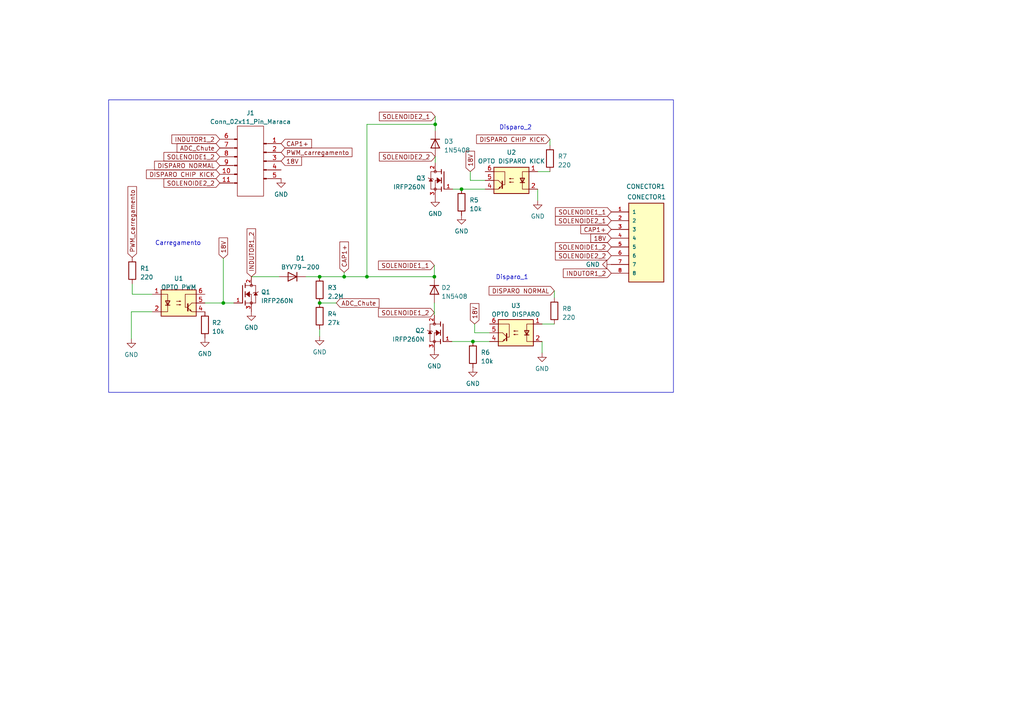
<source format=kicad_sch>
(kicad_sch (version 20230121) (generator eeschema)

  (uuid 1de9637d-97cd-4863-af99-42f1b5fd7dcb)

  (paper "A4")

  (lib_symbols
    (symbol "1586037-8:1586037-8" (pin_names (offset 1.016)) (in_bom yes) (on_board yes)
      (property "Reference" "J" (at -5.58 12.7 0)
        (effects (font (size 1.27 1.27)) (justify left bottom))
      )
      (property "Value" "1586037-8" (at -5.08 -12.7 0)
        (effects (font (size 1.27 1.27)) (justify left bottom))
      )
      (property "Footprint" "TE_1586037-8" (at 0 0 0)
        (effects (font (size 1.27 1.27)) (justify bottom) hide)
      )
      (property "Datasheet" "" (at 0 0 0)
        (effects (font (size 1.27 1.27)) hide)
      )
      (property "Comment" "1586037-8" (at 0 0 0)
        (effects (font (size 1.27 1.27)) (justify bottom) hide)
      )
      (symbol "1586037-8_0_0"
        (rectangle (start -5.08 -10.16) (end 5.08 12.7)
          (stroke (width 0.254) (type default))
          (fill (type background))
        )
        (pin passive line (at -10.16 10.16 0) (length 5.08)
          (name "1" (effects (font (size 1.016 1.016))))
          (number "1" (effects (font (size 1.016 1.016))))
        )
        (pin passive line (at -10.16 7.62 0) (length 5.08)
          (name "2" (effects (font (size 1.016 1.016))))
          (number "2" (effects (font (size 1.016 1.016))))
        )
        (pin passive line (at -10.16 5.08 0) (length 5.08)
          (name "3" (effects (font (size 1.016 1.016))))
          (number "3" (effects (font (size 1.016 1.016))))
        )
        (pin passive line (at -10.16 2.54 0) (length 5.08)
          (name "4" (effects (font (size 1.016 1.016))))
          (number "4" (effects (font (size 1.016 1.016))))
        )
        (pin passive line (at -10.16 0 0) (length 5.08)
          (name "5" (effects (font (size 1.016 1.016))))
          (number "5" (effects (font (size 1.016 1.016))))
        )
        (pin passive line (at -10.16 -2.54 0) (length 5.08)
          (name "6" (effects (font (size 1.016 1.016))))
          (number "6" (effects (font (size 1.016 1.016))))
        )
        (pin passive line (at -10.16 -5.08 0) (length 5.08)
          (name "7" (effects (font (size 1.016 1.016))))
          (number "7" (effects (font (size 1.016 1.016))))
        )
        (pin passive line (at -10.16 -7.62 0) (length 5.08)
          (name "8" (effects (font (size 1.016 1.016))))
          (number "8" (effects (font (size 1.016 1.016))))
        )
      )
    )
    (symbol "Device:R" (pin_numbers hide) (pin_names (offset 0)) (in_bom yes) (on_board yes)
      (property "Reference" "R" (at 2.032 0 90)
        (effects (font (size 1.27 1.27)))
      )
      (property "Value" "R" (at 0 0 90)
        (effects (font (size 1.27 1.27)))
      )
      (property "Footprint" "" (at -1.778 0 90)
        (effects (font (size 1.27 1.27)) hide)
      )
      (property "Datasheet" "~" (at 0 0 0)
        (effects (font (size 1.27 1.27)) hide)
      )
      (property "ki_keywords" "R res resistor" (at 0 0 0)
        (effects (font (size 1.27 1.27)) hide)
      )
      (property "ki_description" "Resistor" (at 0 0 0)
        (effects (font (size 1.27 1.27)) hide)
      )
      (property "ki_fp_filters" "R_*" (at 0 0 0)
        (effects (font (size 1.27 1.27)) hide)
      )
      (symbol "R_0_1"
        (rectangle (start -1.016 -2.54) (end 1.016 2.54)
          (stroke (width 0.254) (type default))
          (fill (type none))
        )
      )
      (symbol "R_1_1"
        (pin passive line (at 0 3.81 270) (length 1.27)
          (name "~" (effects (font (size 1.27 1.27))))
          (number "1" (effects (font (size 1.27 1.27))))
        )
        (pin passive line (at 0 -3.81 90) (length 1.27)
          (name "~" (effects (font (size 1.27 1.27))))
          (number "2" (effects (font (size 1.27 1.27))))
        )
      )
    )
    (symbol "Diode:1N5408" (pin_numbers hide) (pin_names hide) (in_bom yes) (on_board yes)
      (property "Reference" "D" (at 0 2.54 0)
        (effects (font (size 1.27 1.27)))
      )
      (property "Value" "1N5408" (at 0 -2.54 0)
        (effects (font (size 1.27 1.27)))
      )
      (property "Footprint" "Diode_THT:D_DO-201AD_P15.24mm_Horizontal" (at 0 -4.445 0)
        (effects (font (size 1.27 1.27)) hide)
      )
      (property "Datasheet" "http://www.vishay.com/docs/88516/1n5400.pdf" (at 0 0 0)
        (effects (font (size 1.27 1.27)) hide)
      )
      (property "Sim.Device" "D" (at 0 0 0)
        (effects (font (size 1.27 1.27)) hide)
      )
      (property "Sim.Pins" "1=K 2=A" (at 0 0 0)
        (effects (font (size 1.27 1.27)) hide)
      )
      (property "ki_keywords" "diode" (at 0 0 0)
        (effects (font (size 1.27 1.27)) hide)
      )
      (property "ki_description" "1000V 3A General Purpose Rectifier Diode, DO-201AD" (at 0 0 0)
        (effects (font (size 1.27 1.27)) hide)
      )
      (property "ki_fp_filters" "D*DO?201AD*" (at 0 0 0)
        (effects (font (size 1.27 1.27)) hide)
      )
      (symbol "1N5408_0_1"
        (polyline
          (pts
            (xy -1.27 1.27)
            (xy -1.27 -1.27)
          )
          (stroke (width 0.254) (type default))
          (fill (type none))
        )
        (polyline
          (pts
            (xy 1.27 0)
            (xy -1.27 0)
          )
          (stroke (width 0) (type default))
          (fill (type none))
        )
        (polyline
          (pts
            (xy 1.27 1.27)
            (xy 1.27 -1.27)
            (xy -1.27 0)
            (xy 1.27 1.27)
          )
          (stroke (width 0.254) (type default))
          (fill (type none))
        )
      )
      (symbol "1N5408_1_1"
        (pin passive line (at -3.81 0 0) (length 2.54)
          (name "K" (effects (font (size 1.27 1.27))))
          (number "1" (effects (font (size 1.27 1.27))))
        )
        (pin passive line (at 3.81 0 180) (length 2.54)
          (name "A" (effects (font (size 1.27 1.27))))
          (number "2" (effects (font (size 1.27 1.27))))
        )
      )
    )
    (symbol "Diode:BYV79-200" (pin_numbers hide) (pin_names hide) (in_bom yes) (on_board yes)
      (property "Reference" "D" (at 0 2.54 0)
        (effects (font (size 1.27 1.27)))
      )
      (property "Value" "BYV79-200" (at 0 -2.54 0)
        (effects (font (size 1.27 1.27)))
      )
      (property "Footprint" "Package_TO_SOT_THT:TO-220-2_Vertical" (at 0 -4.445 0)
        (effects (font (size 1.27 1.27)) hide)
      )
      (property "Datasheet" "http://pdf.datasheetcatalog.com/datasheet/philips/BYV79-100.pdf" (at 0 0 0)
        (effects (font (size 1.27 1.27)) hide)
      )
      (property "Sim.Device" "D" (at 0 0 0)
        (effects (font (size 1.27 1.27)) hide)
      )
      (property "Sim.Pins" "1=K 2=A" (at 0 0 0)
        (effects (font (size 1.27 1.27)) hide)
      )
      (property "ki_keywords" "diode" (at 0 0 0)
        (effects (font (size 1.27 1.27)) hide)
      )
      (property "ki_description" "200V 14A Ultrafast Rectifier Diode, TO-220" (at 0 0 0)
        (effects (font (size 1.27 1.27)) hide)
      )
      (property "ki_fp_filters" "TO?220*" (at 0 0 0)
        (effects (font (size 1.27 1.27)) hide)
      )
      (symbol "BYV79-200_0_1"
        (polyline
          (pts
            (xy -1.27 1.27)
            (xy -1.27 -1.27)
          )
          (stroke (width 0.254) (type default))
          (fill (type none))
        )
        (polyline
          (pts
            (xy 1.27 0)
            (xy -1.27 0)
          )
          (stroke (width 0) (type default))
          (fill (type none))
        )
        (polyline
          (pts
            (xy 1.27 1.27)
            (xy 1.27 -1.27)
            (xy -1.27 0)
            (xy 1.27 1.27)
          )
          (stroke (width 0.254) (type default))
          (fill (type none))
        )
      )
      (symbol "BYV79-200_1_1"
        (pin passive line (at -3.81 0 0) (length 2.54)
          (name "K" (effects (font (size 1.27 1.27))))
          (number "1" (effects (font (size 1.27 1.27))))
        )
        (pin passive line (at 3.81 0 180) (length 2.54)
          (name "A" (effects (font (size 1.27 1.27))))
          (number "2" (effects (font (size 1.27 1.27))))
        )
      )
    )
    (symbol "IRFP260N:IRFP260N" (pin_names (offset 1.016)) (in_bom yes) (on_board yes)
      (property "Reference" "Q" (at -8.89 2.54 0)
        (effects (font (size 1.27 1.27)) (justify left bottom))
      )
      (property "Value" "IRFP260N" (at -8.89 -7.62 0)
        (effects (font (size 1.27 1.27)) (justify left bottom))
      )
      (property "Footprint" "TO545P1560X500X2460-3" (at 0 0 0)
        (effects (font (size 1.27 1.27)) (justify bottom) hide)
      )
      (property "Datasheet" "" (at 0 0 0)
        (effects (font (size 1.27 1.27)) hide)
      )
      (property "PARTREV" "08/18/10" (at 0 0 0)
        (effects (font (size 1.27 1.27)) (justify bottom) hide)
      )
      (property "STANDARD" "IPC 7351B" (at 0 0 0)
        (effects (font (size 1.27 1.27)) (justify bottom) hide)
      )
      (property "MAXIMUM_PACKAGE_HEIGHT" "24.6 mm" (at 0 0 0)
        (effects (font (size 1.27 1.27)) (justify bottom) hide)
      )
      (property "MANUFACTURER" "Infineon Technologies" (at 0 0 0)
        (effects (font (size 1.27 1.27)) (justify bottom) hide)
      )
      (symbol "IRFP260N_0_0"
        (polyline
          (pts
            (xy 0 2.54)
            (xy 0 -2.54)
          )
          (stroke (width 0.254) (type default))
          (fill (type none))
        )
        (polyline
          (pts
            (xy 0.762 -2.54)
            (xy 0.762 -3.175)
          )
          (stroke (width 0.254) (type default))
          (fill (type none))
        )
        (polyline
          (pts
            (xy 0.762 -1.905)
            (xy 0.762 -2.54)
          )
          (stroke (width 0.254) (type default))
          (fill (type none))
        )
        (polyline
          (pts
            (xy 0.762 0)
            (xy 0.762 -0.762)
          )
          (stroke (width 0.254) (type default))
          (fill (type none))
        )
        (polyline
          (pts
            (xy 0.762 0)
            (xy 2.54 0)
          )
          (stroke (width 0.1524) (type default))
          (fill (type none))
        )
        (polyline
          (pts
            (xy 0.762 0.762)
            (xy 0.762 0)
          )
          (stroke (width 0.254) (type default))
          (fill (type none))
        )
        (polyline
          (pts
            (xy 0.762 2.54)
            (xy 0.762 1.905)
          )
          (stroke (width 0.254) (type default))
          (fill (type none))
        )
        (polyline
          (pts
            (xy 0.762 2.54)
            (xy 3.81 2.54)
          )
          (stroke (width 0.1524) (type default))
          (fill (type none))
        )
        (polyline
          (pts
            (xy 0.762 3.175)
            (xy 0.762 2.54)
          )
          (stroke (width 0.254) (type default))
          (fill (type none))
        )
        (polyline
          (pts
            (xy 2.54 -2.54)
            (xy 0.762 -2.54)
          )
          (stroke (width 0.1524) (type default))
          (fill (type none))
        )
        (polyline
          (pts
            (xy 2.54 -2.54)
            (xy 3.81 -2.54)
          )
          (stroke (width 0.1524) (type default))
          (fill (type none))
        )
        (polyline
          (pts
            (xy 2.54 0)
            (xy 2.54 -2.54)
          )
          (stroke (width 0.1524) (type default))
          (fill (type none))
        )
        (polyline
          (pts
            (xy 3.302 0.508)
            (xy 3.048 0.254)
          )
          (stroke (width 0.1524) (type default))
          (fill (type none))
        )
        (polyline
          (pts
            (xy 3.81 0.508)
            (xy 3.302 0.508)
          )
          (stroke (width 0.1524) (type default))
          (fill (type none))
        )
        (polyline
          (pts
            (xy 3.81 0.508)
            (xy 3.81 -2.54)
          )
          (stroke (width 0.1524) (type default))
          (fill (type none))
        )
        (polyline
          (pts
            (xy 3.81 2.54)
            (xy 3.81 0.508)
          )
          (stroke (width 0.1524) (type default))
          (fill (type none))
        )
        (polyline
          (pts
            (xy 4.318 0.508)
            (xy 3.81 0.508)
          )
          (stroke (width 0.1524) (type default))
          (fill (type none))
        )
        (polyline
          (pts
            (xy 4.572 0.762)
            (xy 4.318 0.508)
          )
          (stroke (width 0.1524) (type default))
          (fill (type none))
        )
        (polyline
          (pts
            (xy 1.016 0)
            (xy 2.032 0.762)
            (xy 2.032 -0.762)
            (xy 1.016 0)
          )
          (stroke (width 0.1524) (type default))
          (fill (type outline))
        )
        (polyline
          (pts
            (xy 3.81 0.508)
            (xy 3.302 -0.254)
            (xy 4.318 -0.254)
            (xy 3.81 0.508)
          )
          (stroke (width 0.1524) (type default))
          (fill (type outline))
        )
        (circle (center 2.54 -2.54) (radius 0.3592)
          (stroke (width 0) (type default))
          (fill (type none))
        )
        (circle (center 2.54 2.54) (radius 0.3592)
          (stroke (width 0) (type default))
          (fill (type none))
        )
        (pin passive line (at -2.54 -2.54 0) (length 2.54)
          (name "~" (effects (font (size 1.016 1.016))))
          (number "1" (effects (font (size 1.016 1.016))))
        )
        (pin passive line (at 2.54 5.08 270) (length 2.54)
          (name "~" (effects (font (size 1.016 1.016))))
          (number "2" (effects (font (size 1.016 1.016))))
        )
        (pin passive line (at 2.54 -5.08 90) (length 2.54)
          (name "~" (effects (font (size 1.016 1.016))))
          (number "3" (effects (font (size 1.016 1.016))))
        )
      )
    )
    (symbol "Isolator:4N25" (pin_names (offset 1.016)) (in_bom yes) (on_board yes)
      (property "Reference" "U" (at -5.08 5.08 0)
        (effects (font (size 1.27 1.27)) (justify left))
      )
      (property "Value" "4N25" (at 0 5.08 0)
        (effects (font (size 1.27 1.27)) (justify left))
      )
      (property "Footprint" "Package_DIP:DIP-6_W7.62mm" (at -5.08 -5.08 0)
        (effects (font (size 1.27 1.27) italic) (justify left) hide)
      )
      (property "Datasheet" "https://www.vishay.com/docs/83725/4n25.pdf" (at 0 0 0)
        (effects (font (size 1.27 1.27)) (justify left) hide)
      )
      (property "ki_keywords" "NPN DC Optocoupler Base Connected" (at 0 0 0)
        (effects (font (size 1.27 1.27)) hide)
      )
      (property "ki_description" "DC Optocoupler Base Connected, Vce 30V, CTR 20%, Viso 2500V, DIP6" (at 0 0 0)
        (effects (font (size 1.27 1.27)) hide)
      )
      (property "ki_fp_filters" "DIP*W7.62mm*" (at 0 0 0)
        (effects (font (size 1.27 1.27)) hide)
      )
      (symbol "4N25_0_1"
        (rectangle (start -5.08 3.81) (end 5.08 -3.81)
          (stroke (width 0.254) (type default))
          (fill (type background))
        )
        (polyline
          (pts
            (xy -3.81 -0.635)
            (xy -2.54 -0.635)
          )
          (stroke (width 0.254) (type default))
          (fill (type none))
        )
        (polyline
          (pts
            (xy 2.667 -1.397)
            (xy 3.81 -2.54)
          )
          (stroke (width 0) (type default))
          (fill (type none))
        )
        (polyline
          (pts
            (xy 2.667 -1.143)
            (xy 3.81 0)
          )
          (stroke (width 0) (type default))
          (fill (type none))
        )
        (polyline
          (pts
            (xy 3.81 -2.54)
            (xy 5.08 -2.54)
          )
          (stroke (width 0) (type default))
          (fill (type none))
        )
        (polyline
          (pts
            (xy 3.81 0)
            (xy 5.08 0)
          )
          (stroke (width 0) (type default))
          (fill (type none))
        )
        (polyline
          (pts
            (xy 2.667 -0.254)
            (xy 2.667 -2.286)
            (xy 2.667 -2.286)
          )
          (stroke (width 0.3556) (type default))
          (fill (type none))
        )
        (polyline
          (pts
            (xy -5.08 -2.54)
            (xy -3.175 -2.54)
            (xy -3.175 2.54)
            (xy -5.08 2.54)
          )
          (stroke (width 0) (type default))
          (fill (type none))
        )
        (polyline
          (pts
            (xy -3.175 -0.635)
            (xy -3.81 0.635)
            (xy -2.54 0.635)
            (xy -3.175 -0.635)
          )
          (stroke (width 0.254) (type default))
          (fill (type none))
        )
        (polyline
          (pts
            (xy 3.683 -2.413)
            (xy 3.429 -1.905)
            (xy 3.175 -2.159)
            (xy 3.683 -2.413)
          )
          (stroke (width 0) (type default))
          (fill (type none))
        )
        (polyline
          (pts
            (xy 5.08 2.54)
            (xy 1.905 2.54)
            (xy 1.905 -1.27)
            (xy 2.54 -1.27)
          )
          (stroke (width 0) (type default))
          (fill (type none))
        )
        (polyline
          (pts
            (xy -0.635 -0.508)
            (xy 0.635 -0.508)
            (xy 0.254 -0.635)
            (xy 0.254 -0.381)
            (xy 0.635 -0.508)
          )
          (stroke (width 0) (type default))
          (fill (type none))
        )
        (polyline
          (pts
            (xy -0.635 0.508)
            (xy 0.635 0.508)
            (xy 0.254 0.381)
            (xy 0.254 0.635)
            (xy 0.635 0.508)
          )
          (stroke (width 0) (type default))
          (fill (type none))
        )
      )
      (symbol "4N25_1_1"
        (pin passive line (at -7.62 2.54 0) (length 2.54)
          (name "~" (effects (font (size 1.27 1.27))))
          (number "1" (effects (font (size 1.27 1.27))))
        )
        (pin passive line (at -7.62 -2.54 0) (length 2.54)
          (name "~" (effects (font (size 1.27 1.27))))
          (number "2" (effects (font (size 1.27 1.27))))
        )
        (pin no_connect line (at -5.08 0 0) (length 2.54) hide
          (name "NC" (effects (font (size 1.27 1.27))))
          (number "3" (effects (font (size 1.27 1.27))))
        )
        (pin passive line (at 7.62 -2.54 180) (length 2.54)
          (name "~" (effects (font (size 1.27 1.27))))
          (number "4" (effects (font (size 1.27 1.27))))
        )
        (pin passive line (at 7.62 0 180) (length 2.54)
          (name "~" (effects (font (size 1.27 1.27))))
          (number "5" (effects (font (size 1.27 1.27))))
        )
        (pin passive line (at 7.62 2.54 180) (length 2.54)
          (name "~" (effects (font (size 1.27 1.27))))
          (number "6" (effects (font (size 1.27 1.27))))
        )
      )
    )
    (symbol "Maraca:Conn_02x11_Pin_Maraca" (pin_names (offset 1.016) hide) (in_bom yes) (on_board yes)
      (property "Reference" "J" (at -29.21 16.51 0)
        (effects (font (size 1.27 1.27)))
      )
      (property "Value" "Conn_02x11_Pin_Maraca" (at -29.21 -7.62 0)
        (effects (font (size 1.27 1.27)))
      )
      (property "Footprint" "" (at -33.02 11.43 0)
        (effects (font (size 1.27 1.27)) hide)
      )
      (property "Datasheet" "~" (at -33.02 11.43 0)
        (effects (font (size 1.27 1.27)) hide)
      )
      (property "ki_locked" "" (at 0 0 0)
        (effects (font (size 1.27 1.27)))
      )
      (property "ki_keywords" "connector" (at 0 0 0)
        (effects (font (size 1.27 1.27)) hide)
      )
      (property "ki_description" "Generic connector, single row, 01x13, script generated" (at 0 0 0)
        (effects (font (size 1.27 1.27)) hide)
      )
      (property "ki_fp_filters" "Connector*:*_1x??_*" (at 0 0 0)
        (effects (font (size 1.27 1.27)) hide)
      )
      (symbol "Conn_02x11_Pin_Maraca_1_1"
        (rectangle (start -33.02 -1.397) (end -33.8836 -1.143)
          (stroke (width 0.1524) (type default))
          (fill (type outline))
        )
        (rectangle (start -33.02 1.143) (end -33.8836 1.397)
          (stroke (width 0.1524) (type default))
          (fill (type outline))
        )
        (rectangle (start -33.02 3.683) (end -33.8836 3.937)
          (stroke (width 0.1524) (type default))
          (fill (type outline))
        )
        (rectangle (start -33.02 6.223) (end -33.8836 6.477)
          (stroke (width 0.1524) (type default))
          (fill (type outline))
        )
        (rectangle (start -33.02 8.763) (end -33.8836 9.017)
          (stroke (width 0.1524) (type default))
          (fill (type outline))
        )
        (rectangle (start -33.02 11.303) (end -33.8836 11.557)
          (stroke (width 0.1524) (type default))
          (fill (type outline))
        )
        (rectangle (start -33.02 15.24) (end -25.4 -5.08)
          (stroke (width 0) (type default))
          (fill (type none))
        )
        (rectangle (start -24.5364 0.127) (end -25.4 -0.127)
          (stroke (width 0.1524) (type default))
          (fill (type outline))
        )
        (rectangle (start -24.5364 2.667) (end -25.4 2.413)
          (stroke (width 0.1524) (type default))
          (fill (type outline))
        )
        (rectangle (start -24.5364 5.207) (end -25.4 4.953)
          (stroke (width 0.1524) (type default))
          (fill (type outline))
        )
        (rectangle (start -24.5364 7.747) (end -25.4 7.493)
          (stroke (width 0.1524) (type default))
          (fill (type outline))
        )
        (rectangle (start -24.5364 10.287) (end -25.4 10.033)
          (stroke (width 0.1524) (type default))
          (fill (type outline))
        )
        (polyline
          (pts
            (xy -34.29 -1.27)
            (xy -33.8836 -1.27)
          )
          (stroke (width 0.1524) (type default))
          (fill (type none))
        )
        (polyline
          (pts
            (xy -34.29 1.27)
            (xy -33.8836 1.27)
          )
          (stroke (width 0.1524) (type default))
          (fill (type none))
        )
        (polyline
          (pts
            (xy -34.29 3.81)
            (xy -33.8836 3.81)
          )
          (stroke (width 0.1524) (type default))
          (fill (type none))
        )
        (polyline
          (pts
            (xy -34.29 6.35)
            (xy -33.8836 6.35)
          )
          (stroke (width 0.1524) (type default))
          (fill (type none))
        )
        (polyline
          (pts
            (xy -34.29 8.89)
            (xy -33.8836 8.89)
          )
          (stroke (width 0.1524) (type default))
          (fill (type none))
        )
        (polyline
          (pts
            (xy -34.29 11.43)
            (xy -33.8836 11.43)
          )
          (stroke (width 0.1524) (type default))
          (fill (type none))
        )
        (polyline
          (pts
            (xy -24.13 0)
            (xy -24.5364 0)
          )
          (stroke (width 0.1524) (type default))
          (fill (type none))
        )
        (polyline
          (pts
            (xy -24.13 2.54)
            (xy -24.5364 2.54)
          )
          (stroke (width 0.1524) (type default))
          (fill (type none))
        )
        (polyline
          (pts
            (xy -24.13 5.08)
            (xy -24.5364 5.08)
          )
          (stroke (width 0.1524) (type default))
          (fill (type none))
        )
        (polyline
          (pts
            (xy -24.13 7.62)
            (xy -24.5364 7.62)
          )
          (stroke (width 0.1524) (type default))
          (fill (type none))
        )
        (polyline
          (pts
            (xy -24.13 10.16)
            (xy -24.5364 10.16)
          )
          (stroke (width 0.1524) (type default))
          (fill (type none))
        )
        (pin passive line (at -20.32 10.16 180) (length 3.81)
          (name "Pin_1" (effects (font (size 1.27 1.27))))
          (number "1" (effects (font (size 1.27 1.27))))
        )
        (pin passive line (at -38.1 1.27 0) (length 3.81)
          (name "Pin_10" (effects (font (size 1.27 1.27))))
          (number "10" (effects (font (size 1.27 1.27))))
        )
        (pin passive line (at -38.1 -1.27 0) (length 3.81)
          (name "Pin_11" (effects (font (size 1.27 1.27))))
          (number "11" (effects (font (size 1.27 1.27))))
        )
        (pin passive line (at -20.32 7.62 180) (length 3.81)
          (name "Pin_2" (effects (font (size 1.27 1.27))))
          (number "2" (effects (font (size 1.27 1.27))))
        )
        (pin passive line (at -20.32 5.08 180) (length 3.81)
          (name "Pin_3" (effects (font (size 1.27 1.27))))
          (number "3" (effects (font (size 1.27 1.27))))
        )
        (pin passive line (at -20.32 2.54 180) (length 3.81)
          (name "Pin_4" (effects (font (size 1.27 1.27))))
          (number "4" (effects (font (size 1.27 1.27))))
        )
        (pin passive line (at -20.32 0 180) (length 3.81)
          (name "Pin_5" (effects (font (size 1.27 1.27))))
          (number "5" (effects (font (size 1.27 1.27))))
        )
        (pin passive line (at -38.1 11.43 0) (length 3.81)
          (name "Pin_6" (effects (font (size 1.27 1.27))))
          (number "6" (effects (font (size 1.27 1.27))))
        )
        (pin passive line (at -38.1 8.89 0) (length 3.81)
          (name "Pin_7" (effects (font (size 1.27 1.27))))
          (number "7" (effects (font (size 1.27 1.27))))
        )
        (pin passive line (at -38.1 6.35 0) (length 3.81)
          (name "Pin_8" (effects (font (size 1.27 1.27))))
          (number "8" (effects (font (size 1.27 1.27))))
        )
        (pin passive line (at -38.1 3.81 0) (length 3.81)
          (name "Pin_9" (effects (font (size 1.27 1.27))))
          (number "9" (effects (font (size 1.27 1.27))))
        )
      )
    )
    (symbol "power:GND" (power) (pin_names (offset 0)) (in_bom yes) (on_board yes)
      (property "Reference" "#PWR" (at 0 -6.35 0)
        (effects (font (size 1.27 1.27)) hide)
      )
      (property "Value" "GND" (at 0 -3.81 0)
        (effects (font (size 1.27 1.27)))
      )
      (property "Footprint" "" (at 0 0 0)
        (effects (font (size 1.27 1.27)) hide)
      )
      (property "Datasheet" "" (at 0 0 0)
        (effects (font (size 1.27 1.27)) hide)
      )
      (property "ki_keywords" "global power" (at 0 0 0)
        (effects (font (size 1.27 1.27)) hide)
      )
      (property "ki_description" "Power symbol creates a global label with name \"GND\" , ground" (at 0 0 0)
        (effects (font (size 1.27 1.27)) hide)
      )
      (symbol "GND_0_1"
        (polyline
          (pts
            (xy 0 0)
            (xy 0 -1.27)
            (xy 1.27 -1.27)
            (xy 0 -2.54)
            (xy -1.27 -1.27)
            (xy 0 -1.27)
          )
          (stroke (width 0) (type default))
          (fill (type none))
        )
      )
      (symbol "GND_1_1"
        (pin power_in line (at 0 0 270) (length 0) hide
          (name "GND" (effects (font (size 1.27 1.27))))
          (number "1" (effects (font (size 1.27 1.27))))
        )
      )
    )
  )

  (junction (at 64.77 87.884) (diameter 0) (color 0 0 0 0)
    (uuid 20ff674d-cdfd-4fbd-a88e-12f27493bf36)
  )
  (junction (at 99.822 80.264) (diameter 0) (color 0 0 0 0)
    (uuid 5c7adb63-4110-413b-801f-5119ddf654e9)
  )
  (junction (at 126.238 36.068) (diameter 0) (color 0 0 0 0)
    (uuid 5c9e4e2b-54f3-4678-b3c0-01948c66dd80)
  )
  (junction (at 106.426 80.264) (diameter 0) (color 0 0 0 0)
    (uuid 6727a927-83a0-4ebc-b4b1-e121bd857375)
  )
  (junction (at 137.16 99.06) (diameter 0) (color 0 0 0 0)
    (uuid 9384c846-3e07-4e8b-a6a3-baf6491b8b31)
  )
  (junction (at 125.984 80.264) (diameter 0) (color 0 0 0 0)
    (uuid c87a078c-243e-4d6b-a8da-9bedd0c89b03)
  )
  (junction (at 92.71 87.884) (diameter 0) (color 0 0 0 0)
    (uuid d8bf2dd9-a9bc-4382-8ad0-4a0a07ddfb6b)
  )
  (junction (at 133.858 54.864) (diameter 0) (color 0 0 0 0)
    (uuid dc107b70-f4a3-41b6-8973-e95e46c1faf6)
  )
  (junction (at 92.71 80.264) (diameter 0) (color 0 0 0 0)
    (uuid ee4fa9d7-1494-4376-8874-0cb6585da704)
  )

  (wire (pts (xy 59.436 87.884) (xy 64.77 87.884))
    (stroke (width 0) (type default))
    (uuid 1910263a-1c70-470a-a35c-8e0d474aa0cf)
  )
  (wire (pts (xy 160.782 84.328) (xy 160.782 86.36))
    (stroke (width 0) (type default))
    (uuid 281144ec-b040-4533-87bf-a1f686e886d9)
  )
  (wire (pts (xy 88.646 80.264) (xy 92.71 80.264))
    (stroke (width 0) (type default))
    (uuid 2b406aef-23be-4352-aeb7-ac23dc62a388)
  )
  (wire (pts (xy 136.398 52.324) (xy 136.398 49.784))
    (stroke (width 0) (type default))
    (uuid 3820ac9e-266d-4bca-911f-0a48ceff7106)
  )
  (wire (pts (xy 137.16 99.06) (xy 141.986 99.06))
    (stroke (width 0) (type default))
    (uuid 3c961268-44c2-4580-a110-58ce2cb5273a)
  )
  (wire (pts (xy 64.77 74.93) (xy 64.77 87.884))
    (stroke (width 0) (type default))
    (uuid 3d983c13-d253-4ae3-a615-46556f0d2de3)
  )
  (wire (pts (xy 159.512 49.784) (xy 155.956 49.784))
    (stroke (width 0) (type default))
    (uuid 4a54c36b-b76f-4ad7-8e85-c22d77eed8c2)
  )
  (wire (pts (xy 125.984 87.884) (xy 125.984 91.44))
    (stroke (width 0) (type default))
    (uuid 52ebb1db-a36d-48b7-b636-22365373e5e7)
  )
  (wire (pts (xy 92.71 97.536) (xy 92.71 95.504))
    (stroke (width 0) (type default))
    (uuid 5521bf3d-5b92-432b-8474-3d7e6996f4f3)
  )
  (wire (pts (xy 38.354 82.296) (xy 38.354 85.344))
    (stroke (width 0) (type default))
    (uuid 5b00b66c-2cb0-4cc4-9141-6fcab6dc7cf9)
  )
  (wire (pts (xy 38.354 85.344) (xy 44.196 85.344))
    (stroke (width 0) (type default))
    (uuid 5c8fb986-55dd-4f29-b070-af1be41772c5)
  )
  (wire (pts (xy 126.238 37.846) (xy 126.238 36.068))
    (stroke (width 0) (type default))
    (uuid 5d8e9657-cc35-4c0a-b512-c1eddc2eb5ec)
  )
  (wire (pts (xy 160.782 93.98) (xy 157.226 93.98))
    (stroke (width 0) (type default))
    (uuid 60995cc3-ddf0-41b7-a2ef-c5cc08dd9f68)
  )
  (wire (pts (xy 99.822 78.994) (xy 99.822 80.264))
    (stroke (width 0) (type default))
    (uuid 660d99a8-c0bd-4575-9369-6727e0cb75ff)
  )
  (wire (pts (xy 140.716 52.324) (xy 136.398 52.324))
    (stroke (width 0) (type default))
    (uuid 7a892e92-9c1b-42ed-b695-41ff2d67106a)
  )
  (wire (pts (xy 72.898 80.264) (xy 81.026 80.264))
    (stroke (width 0) (type default))
    (uuid 877e05fa-673b-48ff-8718-07d29bbb8aec)
  )
  (wire (pts (xy 125.984 76.962) (xy 125.984 80.264))
    (stroke (width 0) (type default))
    (uuid 97bb53df-1981-462b-b11b-6c08143873c9)
  )
  (wire (pts (xy 106.426 36.068) (xy 126.238 36.068))
    (stroke (width 0) (type default))
    (uuid a3db7da2-b74d-4cfc-9d49-adde313ac624)
  )
  (wire (pts (xy 157.226 99.06) (xy 157.226 102.362))
    (stroke (width 0) (type default))
    (uuid a4d24db6-1fc7-416a-92dd-f66111675595)
  )
  (wire (pts (xy 92.71 80.264) (xy 99.822 80.264))
    (stroke (width 0) (type default))
    (uuid a80d020d-0d46-4550-b1d0-4f062ae7f179)
  )
  (wire (pts (xy 38.1 90.424) (xy 44.196 90.424))
    (stroke (width 0) (type default))
    (uuid b02e37a5-d339-467c-a704-2a4742624999)
  )
  (wire (pts (xy 97.536 87.884) (xy 92.71 87.884))
    (stroke (width 0) (type default))
    (uuid b99bd3de-ed72-42f2-a04a-a8579d2de182)
  )
  (wire (pts (xy 126.238 45.466) (xy 126.238 47.244))
    (stroke (width 0) (type default))
    (uuid c229ed14-7969-4315-9f0f-233fb2a7735a)
  )
  (wire (pts (xy 99.822 80.264) (xy 106.426 80.264))
    (stroke (width 0) (type default))
    (uuid d3aaddea-a3cf-4fc6-a864-17e7c1c71bc6)
  )
  (wire (pts (xy 141.986 96.52) (xy 137.668 96.52))
    (stroke (width 0) (type default))
    (uuid d64306de-685c-4d9f-8711-5ac688b1cc15)
  )
  (wire (pts (xy 159.512 40.386) (xy 159.512 42.164))
    (stroke (width 0) (type default))
    (uuid d79a0700-f4b5-4547-a97b-dc52ac448cc3)
  )
  (wire (pts (xy 131.318 54.864) (xy 133.858 54.864))
    (stroke (width 0) (type default))
    (uuid dd9aa82b-b4ab-4bcf-a3cd-eef4ddc6d452)
  )
  (wire (pts (xy 137.668 96.52) (xy 137.668 93.98))
    (stroke (width 0) (type default))
    (uuid e168ac93-665a-4b12-9345-9ecd4728d6c5)
  )
  (wire (pts (xy 64.77 87.884) (xy 67.818 87.884))
    (stroke (width 0) (type default))
    (uuid e42d68a6-65c1-4a99-8c79-f7f5a509052d)
  )
  (wire (pts (xy 131.064 99.06) (xy 137.16 99.06))
    (stroke (width 0) (type default))
    (uuid ed192510-2aa9-484e-a11d-5f30f6efe980)
  )
  (wire (pts (xy 155.956 54.864) (xy 155.956 58.166))
    (stroke (width 0) (type default))
    (uuid ed541d2a-437d-449b-815c-6c100b0d27d5)
  )
  (wire (pts (xy 126.238 36.068) (xy 126.238 33.782))
    (stroke (width 0) (type default))
    (uuid f2150c67-ce80-49e8-b377-b4a610a7c776)
  )
  (wire (pts (xy 106.426 36.068) (xy 106.426 80.264))
    (stroke (width 0) (type default))
    (uuid f8b5e6dd-4770-4412-855b-b7c60ce9f142)
  )
  (wire (pts (xy 133.858 54.864) (xy 140.716 54.864))
    (stroke (width 0) (type default))
    (uuid fb1857ff-a1dd-4561-939e-de8b370925b3)
  )
  (wire (pts (xy 38.1 98.298) (xy 38.1 90.424))
    (stroke (width 0) (type default))
    (uuid fba6cc33-cde5-4a2b-811c-7537ffc61617)
  )
  (wire (pts (xy 106.426 80.264) (xy 125.984 80.264))
    (stroke (width 0) (type default))
    (uuid fc794c21-22cf-46b0-b741-875dbad86f63)
  )

  (rectangle (start 31.496 28.956) (end 195.326 113.792)
    (stroke (width 0) (type default))
    (fill (type none))
    (uuid 8849274a-61b7-460b-a1cb-1527e4437f5c)
  )

  (text "Disparo_2" (at 144.78 37.846 0)
    (effects (font (size 1.27 1.27)) (justify left bottom))
    (uuid a6e33cd2-5e47-42a2-a50f-0139a1ba20ca)
  )
  (text "Carregamento" (at 44.958 71.374 0)
    (effects (font (size 1.27 1.27)) (justify left bottom))
    (uuid c5e1f982-7b7e-492c-9753-b7ebecf3291f)
  )
  (text "Disparo_1" (at 143.764 81.28 0)
    (effects (font (size 1.27 1.27)) (justify left bottom))
    (uuid c876f88b-c201-45ea-aac8-e9700a037469)
  )

  (global_label "INDUTOR1_2" (shape input) (at 63.754 40.386 180) (fields_autoplaced)
    (effects (font (size 1.27 1.27)) (justify right))
    (uuid 0514d13c-56e1-43da-b008-6f3792c4689f)
    (property "Intersheetrefs" "${INTERSHEET_REFS}" (at 49.3577 40.386 0)
      (effects (font (size 1.27 1.27)) (justify right) hide)
    )
  )
  (global_label "DISPARO NORMAL" (shape input) (at 160.782 84.328 180) (fields_autoplaced)
    (effects (font (size 1.27 1.27)) (justify right))
    (uuid 1306ba06-edbe-404f-9cec-6c53581f6b57)
    (property "Intersheetrefs" "${INTERSHEET_REFS}" (at 141.3661 84.328 0)
      (effects (font (size 1.27 1.27)) (justify right) hide)
    )
  )
  (global_label "PWM_carregamento" (shape input) (at 38.354 74.676 90) (fields_autoplaced)
    (effects (font (size 1.27 1.27)) (justify left))
    (uuid 165594d3-17ac-4d98-a8c1-38f13ee18d2c)
    (property "Intersheetrefs" "${INTERSHEET_REFS}" (at 38.354 53.6276 90)
      (effects (font (size 1.27 1.27)) (justify left) hide)
    )
  )
  (global_label "DISPARO CHIP KICK" (shape input) (at 159.512 40.386 180) (fields_autoplaced)
    (effects (font (size 1.27 1.27)) (justify right))
    (uuid 19f0daac-2fd0-4d79-a8fd-0ee8e2e07433)
    (property "Intersheetrefs" "${INTERSHEET_REFS}" (at 137.7375 40.386 0)
      (effects (font (size 1.27 1.27)) (justify right) hide)
    )
  )
  (global_label "CAP1+" (shape input) (at 177.292 66.548 180) (fields_autoplaced)
    (effects (font (size 1.27 1.27)) (justify right))
    (uuid 1d790bdf-aa55-4308-aa6e-3b57b9efc8d5)
    (property "Intersheetrefs" "${INTERSHEET_REFS}" (at 167.9757 66.548 0)
      (effects (font (size 1.27 1.27)) (justify right) hide)
    )
  )
  (global_label "SOLENOIDE2_1" (shape input) (at 126.238 33.782 180) (fields_autoplaced)
    (effects (font (size 1.27 1.27)) (justify right))
    (uuid 2154d845-dacf-4d33-9dbe-13a2a7c615dd)
    (property "Intersheetrefs" "${INTERSHEET_REFS}" (at 109.5437 33.782 0)
      (effects (font (size 1.27 1.27)) (justify right) hide)
    )
  )
  (global_label "INDUTOR1_2" (shape input) (at 72.898 80.264 90) (fields_autoplaced)
    (effects (font (size 1.27 1.27)) (justify left))
    (uuid 2d6839df-5caa-468d-bc42-dac61c101bdc)
    (property "Intersheetrefs" "${INTERSHEET_REFS}" (at 72.898 65.8677 90)
      (effects (font (size 1.27 1.27)) (justify left) hide)
    )
  )
  (global_label "SOLENOIDE1_1" (shape input) (at 125.984 76.962 180) (fields_autoplaced)
    (effects (font (size 1.27 1.27)) (justify right))
    (uuid 2e1ddd3d-ba13-42d2-8396-43400acf93e3)
    (property "Intersheetrefs" "${INTERSHEET_REFS}" (at 109.2897 76.962 0)
      (effects (font (size 1.27 1.27)) (justify right) hide)
    )
  )
  (global_label "SOLENOIDE2_2" (shape input) (at 177.292 74.168 180) (fields_autoplaced)
    (effects (font (size 1.27 1.27)) (justify right))
    (uuid 31169374-32d9-4d54-ab08-11995d898c91)
    (property "Intersheetrefs" "${INTERSHEET_REFS}" (at 160.5977 74.168 0)
      (effects (font (size 1.27 1.27)) (justify right) hide)
    )
  )
  (global_label "18V" (shape input) (at 81.534 46.736 0) (fields_autoplaced)
    (effects (font (size 1.27 1.27)) (justify left))
    (uuid 311d1ee5-3fb9-4bc9-abf7-0e83c482c9f2)
    (property "Intersheetrefs" "${INTERSHEET_REFS}" (at 87.9474 46.736 0)
      (effects (font (size 1.27 1.27)) (justify left) hide)
    )
  )
  (global_label "SOLENOIDE1_2" (shape input) (at 63.754 45.466 180) (fields_autoplaced)
    (effects (font (size 1.27 1.27)) (justify right))
    (uuid 37989e5b-c1a3-4851-a663-a91fb14a9d5e)
    (property "Intersheetrefs" "${INTERSHEET_REFS}" (at 47.0597 45.466 0)
      (effects (font (size 1.27 1.27)) (justify right) hide)
    )
  )
  (global_label "SOLENOIDE1_1" (shape input) (at 177.292 61.468 180) (fields_autoplaced)
    (effects (font (size 1.27 1.27)) (justify right))
    (uuid 3990e532-fb76-4ba0-bf5f-44175d954fa4)
    (property "Intersheetrefs" "${INTERSHEET_REFS}" (at 160.5977 61.468 0)
      (effects (font (size 1.27 1.27)) (justify right) hide)
    )
  )
  (global_label "CAP1+" (shape input) (at 81.534 41.656 0) (fields_autoplaced)
    (effects (font (size 1.27 1.27)) (justify left))
    (uuid 4b27a29f-9ae9-496e-a9dd-ea796ad46336)
    (property "Intersheetrefs" "${INTERSHEET_REFS}" (at 90.8503 41.656 0)
      (effects (font (size 1.27 1.27)) (justify left) hide)
    )
  )
  (global_label "ADC_Chute" (shape input) (at 97.536 87.884 0) (fields_autoplaced)
    (effects (font (size 1.27 1.27)) (justify left))
    (uuid 627adaea-074d-4be4-8c98-fdd02b5ffcbe)
    (property "Intersheetrefs" "${INTERSHEET_REFS}" (at 110.4203 87.884 0)
      (effects (font (size 1.27 1.27)) (justify left) hide)
    )
  )
  (global_label "SOLENOIDE2_2" (shape input) (at 126.238 45.466 180) (fields_autoplaced)
    (effects (font (size 1.27 1.27)) (justify right))
    (uuid 69c20978-8357-464e-ab14-1a46a954c7ab)
    (property "Intersheetrefs" "${INTERSHEET_REFS}" (at 109.5437 45.466 0)
      (effects (font (size 1.27 1.27)) (justify right) hide)
    )
  )
  (global_label "18V" (shape input) (at 177.292 69.088 180) (fields_autoplaced)
    (effects (font (size 1.27 1.27)) (justify right))
    (uuid 8743c137-f778-43a8-ae03-140ac6d170cd)
    (property "Intersheetrefs" "${INTERSHEET_REFS}" (at 170.8786 69.088 0)
      (effects (font (size 1.27 1.27)) (justify right) hide)
    )
  )
  (global_label "18V" (shape input) (at 136.398 49.784 90) (fields_autoplaced)
    (effects (font (size 1.27 1.27)) (justify left))
    (uuid a33bdb36-c5fe-40d8-b263-2dcf6b4cb201)
    (property "Intersheetrefs" "${INTERSHEET_REFS}" (at 136.398 43.3706 90)
      (effects (font (size 1.27 1.27)) (justify left) hide)
    )
  )
  (global_label "18V" (shape input) (at 137.668 93.98 90) (fields_autoplaced)
    (effects (font (size 1.27 1.27)) (justify left))
    (uuid a458f27c-cd69-4fdf-a25e-8847aa18698a)
    (property "Intersheetrefs" "${INTERSHEET_REFS}" (at 137.668 87.5666 90)
      (effects (font (size 1.27 1.27)) (justify left) hide)
    )
  )
  (global_label "DISPARO CHIP KICK" (shape input) (at 63.754 50.546 180) (fields_autoplaced)
    (effects (font (size 1.27 1.27)) (justify right))
    (uuid a6803de0-a338-4fe8-8739-b2c1f51078ef)
    (property "Intersheetrefs" "${INTERSHEET_REFS}" (at 41.9795 50.546 0)
      (effects (font (size 1.27 1.27)) (justify right) hide)
    )
  )
  (global_label "SOLENOIDE1_2" (shape input) (at 125.984 90.678 180) (fields_autoplaced)
    (effects (font (size 1.27 1.27)) (justify right))
    (uuid a77e5aa3-111e-4457-ad4d-dab8777a4691)
    (property "Intersheetrefs" "${INTERSHEET_REFS}" (at 109.2897 90.678 0)
      (effects (font (size 1.27 1.27)) (justify right) hide)
    )
  )
  (global_label "PWM_carregamento" (shape input) (at 81.534 44.196 0) (fields_autoplaced)
    (effects (font (size 1.27 1.27)) (justify left))
    (uuid accf1860-7ca6-4611-a8cb-9e429663a7de)
    (property "Intersheetrefs" "${INTERSHEET_REFS}" (at 102.5824 44.196 0)
      (effects (font (size 1.27 1.27)) (justify left) hide)
    )
  )
  (global_label "DISPARO NORMAL" (shape input) (at 63.754 48.006 180) (fields_autoplaced)
    (effects (font (size 1.27 1.27)) (justify right))
    (uuid b803afe5-40ec-4b62-a4a0-90c3c445e23b)
    (property "Intersheetrefs" "${INTERSHEET_REFS}" (at 44.3381 48.006 0)
      (effects (font (size 1.27 1.27)) (justify right) hide)
    )
  )
  (global_label "CAP1+" (shape input) (at 99.822 78.994 90) (fields_autoplaced)
    (effects (font (size 1.27 1.27)) (justify left))
    (uuid ca7623d7-899a-48c9-93cf-2372441e8087)
    (property "Intersheetrefs" "${INTERSHEET_REFS}" (at 99.822 69.6777 90)
      (effects (font (size 1.27 1.27)) (justify left) hide)
    )
  )
  (global_label "SOLENOIDE2_1" (shape input) (at 177.292 64.008 180) (fields_autoplaced)
    (effects (font (size 1.27 1.27)) (justify right))
    (uuid e00081c9-3f38-448b-8751-30108596b0c2)
    (property "Intersheetrefs" "${INTERSHEET_REFS}" (at 160.5977 64.008 0)
      (effects (font (size 1.27 1.27)) (justify right) hide)
    )
  )
  (global_label "INDUTOR1_2" (shape input) (at 177.292 79.248 180) (fields_autoplaced)
    (effects (font (size 1.27 1.27)) (justify right))
    (uuid e066446a-105e-47b9-bb2b-f3b115766add)
    (property "Intersheetrefs" "${INTERSHEET_REFS}" (at 162.8957 79.248 0)
      (effects (font (size 1.27 1.27)) (justify right) hide)
    )
  )
  (global_label "SOLENOIDE2_2" (shape input) (at 63.754 53.086 180) (fields_autoplaced)
    (effects (font (size 1.27 1.27)) (justify right))
    (uuid e2139469-2a18-482a-9777-58d11fd0fade)
    (property "Intersheetrefs" "${INTERSHEET_REFS}" (at 47.0597 53.086 0)
      (effects (font (size 1.27 1.27)) (justify right) hide)
    )
  )
  (global_label "18V" (shape input) (at 64.77 74.93 90) (fields_autoplaced)
    (effects (font (size 1.27 1.27)) (justify left))
    (uuid e7246cda-aeb5-4c2a-a031-2bb1bb6ecee2)
    (property "Intersheetrefs" "${INTERSHEET_REFS}" (at 64.77 68.5166 90)
      (effects (font (size 1.27 1.27)) (justify left) hide)
    )
  )
  (global_label "SOLENOIDE1_2" (shape input) (at 177.292 71.628 180) (fields_autoplaced)
    (effects (font (size 1.27 1.27)) (justify right))
    (uuid f5846659-31ab-49c4-916d-7e19c3cb8bc4)
    (property "Intersheetrefs" "${INTERSHEET_REFS}" (at 160.5977 71.628 0)
      (effects (font (size 1.27 1.27)) (justify right) hide)
    )
  )
  (global_label "ADC_Chute" (shape input) (at 63.754 42.926 180) (fields_autoplaced)
    (effects (font (size 1.27 1.27)) (justify right))
    (uuid fc17a17b-91d3-4d64-a437-3f65b8b6c9c5)
    (property "Intersheetrefs" "${INTERSHEET_REFS}" (at 50.8697 42.926 0)
      (effects (font (size 1.27 1.27)) (justify right) hide)
    )
  )

  (symbol (lib_id "power:GND") (at 92.71 97.536 0) (unit 1)
    (in_bom yes) (on_board yes) (dnp no) (fields_autoplaced)
    (uuid 0420e088-7489-4ba9-9c68-204dfa4c7131)
    (property "Reference" "#PWR06" (at 92.71 103.886 0)
      (effects (font (size 1.27 1.27)) hide)
    )
    (property "Value" "GND" (at 92.71 102.108 0)
      (effects (font (size 1.27 1.27)))
    )
    (property "Footprint" "" (at 92.71 97.536 0)
      (effects (font (size 1.27 1.27)) hide)
    )
    (property "Datasheet" "" (at 92.71 97.536 0)
      (effects (font (size 1.27 1.27)) hide)
    )
    (pin "1" (uuid 3d698a09-5707-43aa-b7f8-df31a7be6ef9))
    (instances
      (project "Placa do Chute v3b"
        (path "/1de9637d-97cd-4863-af99-42f1b5fd7dcb"
          (reference "#PWR06") (unit 1)
        )
      )
    )
  )

  (symbol (lib_id "Device:R") (at 92.71 91.694 0) (unit 1)
    (in_bom yes) (on_board yes) (dnp no) (fields_autoplaced)
    (uuid 0ba3f6a8-836f-4dff-8f9b-2fa667d410de)
    (property "Reference" "R4" (at 94.996 91.059 0)
      (effects (font (size 1.27 1.27)) (justify left))
    )
    (property "Value" "27k" (at 94.996 93.599 0)
      (effects (font (size 1.27 1.27)) (justify left))
    )
    (property "Footprint" "Resistor_THT:R_Axial_DIN0207_L6.3mm_D2.5mm_P10.16mm_Horizontal" (at 90.932 91.694 90)
      (effects (font (size 1.27 1.27)) hide)
    )
    (property "Datasheet" "~" (at 92.71 91.694 0)
      (effects (font (size 1.27 1.27)) hide)
    )
    (pin "1" (uuid c6e8fc3f-25c8-4005-b32c-3af4d3beb14f))
    (pin "2" (uuid 3f34bc01-8952-4ef2-a5ac-dd2ef8568272))
    (instances
      (project "Placa do Chute v3b"
        (path "/1de9637d-97cd-4863-af99-42f1b5fd7dcb"
          (reference "R4") (unit 1)
        )
      )
    )
  )

  (symbol (lib_id "Device:R") (at 133.858 58.674 0) (unit 1)
    (in_bom yes) (on_board yes) (dnp no) (fields_autoplaced)
    (uuid 110d2dc9-c6ac-463d-939c-098b678b998b)
    (property "Reference" "R5" (at 136.144 58.039 0)
      (effects (font (size 1.27 1.27)) (justify left))
    )
    (property "Value" "10k" (at 136.144 60.579 0)
      (effects (font (size 1.27 1.27)) (justify left))
    )
    (property "Footprint" "Resistor_THT:R_Axial_DIN0207_L6.3mm_D2.5mm_P10.16mm_Horizontal" (at 132.08 58.674 90)
      (effects (font (size 1.27 1.27)) hide)
    )
    (property "Datasheet" "~" (at 133.858 58.674 0)
      (effects (font (size 1.27 1.27)) hide)
    )
    (pin "1" (uuid 8b448456-af31-4bb1-9380-9036aaec91cb))
    (pin "2" (uuid 634a9399-09af-4db0-bc3a-0f16cf943a90))
    (instances
      (project "Placa do Chute v3b"
        (path "/1de9637d-97cd-4863-af99-42f1b5fd7dcb"
          (reference "R5") (unit 1)
        )
      )
    )
  )

  (symbol (lib_id "power:GND") (at 137.16 106.68 0) (unit 1)
    (in_bom yes) (on_board yes) (dnp no) (fields_autoplaced)
    (uuid 188a64a3-aefe-4a11-bc94-a4c2f43fa528)
    (property "Reference" "#PWR011" (at 137.16 113.03 0)
      (effects (font (size 1.27 1.27)) hide)
    )
    (property "Value" "GND" (at 137.16 111.252 0)
      (effects (font (size 1.27 1.27)))
    )
    (property "Footprint" "" (at 137.16 106.68 0)
      (effects (font (size 1.27 1.27)) hide)
    )
    (property "Datasheet" "" (at 137.16 106.68 0)
      (effects (font (size 1.27 1.27)) hide)
    )
    (pin "1" (uuid 727b994c-3f37-409f-80f9-e42be98e65b2))
    (instances
      (project "Placa do Chute v3b"
        (path "/1de9637d-97cd-4863-af99-42f1b5fd7dcb"
          (reference "#PWR011") (unit 1)
        )
      )
    )
  )

  (symbol (lib_id "Diode:BYV79-200") (at 84.836 80.264 180) (unit 1)
    (in_bom yes) (on_board yes) (dnp no)
    (uuid 1f3720a5-4704-447c-a53e-03f6fa3850a5)
    (property "Reference" "D1" (at 87.122 74.93 0)
      (effects (font (size 1.27 1.27)))
    )
    (property "Value" "BYV79-200" (at 87.122 77.47 0)
      (effects (font (size 1.27 1.27)))
    )
    (property "Footprint" "Package_TO_SOT_THT:TO-220-2_Vertical" (at 84.836 75.819 0)
      (effects (font (size 1.27 1.27)) hide)
    )
    (property "Datasheet" "http://pdf.datasheetcatalog.com/datasheet/philips/BYV79-100.pdf" (at 84.836 80.264 0)
      (effects (font (size 1.27 1.27)) hide)
    )
    (property "Sim.Device" "D" (at 84.836 80.264 0)
      (effects (font (size 1.27 1.27)) hide)
    )
    (property "Sim.Pins" "1=K 2=A" (at 84.836 80.264 0)
      (effects (font (size 1.27 1.27)) hide)
    )
    (pin "1" (uuid 6c7e8494-9ed8-4b24-afa6-56cca3c3f5bc))
    (pin "2" (uuid 2d0f77c4-deec-4444-acf2-bb38b8e2d8f5))
    (instances
      (project "Placa do Chute v3b"
        (path "/1de9637d-97cd-4863-af99-42f1b5fd7dcb"
          (reference "D1") (unit 1)
        )
      )
    )
  )

  (symbol (lib_id "IRFP260N:IRFP260N") (at 128.778 52.324 0) (mirror y) (unit 1)
    (in_bom yes) (on_board yes) (dnp no)
    (uuid 26915a15-6278-4a05-927d-a62b410c38f9)
    (property "Reference" "Q3" (at 123.444 51.689 0)
      (effects (font (size 1.27 1.27)) (justify left))
    )
    (property "Value" "IRFP260N" (at 123.444 54.229 0)
      (effects (font (size 1.27 1.27)) (justify left))
    )
    (property "Footprint" "Maraca:TO545P1560X500X2460-3 90d" (at 128.778 52.324 0)
      (effects (font (size 1.27 1.27)) (justify bottom) hide)
    )
    (property "Datasheet" "" (at 128.778 52.324 0)
      (effects (font (size 1.27 1.27)) hide)
    )
    (property "PARTREV" "08/18/10" (at 128.778 52.324 0)
      (effects (font (size 1.27 1.27)) (justify bottom) hide)
    )
    (property "STANDARD" "IPC 7351B" (at 128.778 52.324 0)
      (effects (font (size 1.27 1.27)) (justify bottom) hide)
    )
    (property "MAXIMUM_PACKAGE_HEIGHT" "24.6 mm" (at 128.778 52.324 0)
      (effects (font (size 1.27 1.27)) (justify bottom) hide)
    )
    (property "MANUFACTURER" "Infineon Technologies" (at 128.778 52.324 0)
      (effects (font (size 1.27 1.27)) (justify bottom) hide)
    )
    (pin "1" (uuid a8d44c1e-a30a-4153-9f59-a21aba149b90))
    (pin "2" (uuid 48edd630-7814-4706-ba0b-d8edafb70935))
    (pin "3" (uuid f9d3d333-d762-4227-a7e8-02412b3ef533))
    (instances
      (project "Placa do Chute v3b"
        (path "/1de9637d-97cd-4863-af99-42f1b5fd7dcb"
          (reference "Q3") (unit 1)
        )
      )
    )
  )

  (symbol (lib_id "IRFP260N:IRFP260N") (at 70.358 85.344 0) (unit 1)
    (in_bom yes) (on_board yes) (dnp no) (fields_autoplaced)
    (uuid 2fe672d9-9575-4546-997e-8e44ce12e4b0)
    (property "Reference" "Q1" (at 75.692 84.709 0)
      (effects (font (size 1.27 1.27)) (justify left))
    )
    (property "Value" "IRFP260N" (at 75.692 87.249 0)
      (effects (font (size 1.27 1.27)) (justify left))
    )
    (property "Footprint" "Maraca:TO545P1560X500X2460-3 90d" (at 70.358 85.344 0)
      (effects (font (size 1.27 1.27)) (justify bottom) hide)
    )
    (property "Datasheet" "" (at 70.358 85.344 0)
      (effects (font (size 1.27 1.27)) hide)
    )
    (property "PARTREV" "08/18/10" (at 70.358 85.344 0)
      (effects (font (size 1.27 1.27)) (justify bottom) hide)
    )
    (property "STANDARD" "IPC 7351B" (at 70.358 85.344 0)
      (effects (font (size 1.27 1.27)) (justify bottom) hide)
    )
    (property "MAXIMUM_PACKAGE_HEIGHT" "24.6 mm" (at 70.358 85.344 0)
      (effects (font (size 1.27 1.27)) (justify bottom) hide)
    )
    (property "MANUFACTURER" "Infineon Technologies" (at 70.358 85.344 0)
      (effects (font (size 1.27 1.27)) (justify bottom) hide)
    )
    (pin "1" (uuid 8c955d8b-3e44-46bd-8ab7-e3542c50903e))
    (pin "2" (uuid d29e1f47-151b-48df-b14d-ab43d236c81d))
    (pin "3" (uuid 29111b47-0632-4c86-9b17-4adb0acb0167))
    (instances
      (project "Placa do Chute v3b"
        (path "/1de9637d-97cd-4863-af99-42f1b5fd7dcb"
          (reference "Q1") (unit 1)
        )
      )
    )
  )

  (symbol (lib_id "Isolator:4N25") (at 149.606 96.52 0) (mirror y) (unit 1)
    (in_bom yes) (on_board yes) (dnp no)
    (uuid 4bca3121-515d-4be9-a176-4d0242c79748)
    (property "Reference" "U3" (at 149.606 88.646 0)
      (effects (font (size 1.27 1.27)))
    )
    (property "Value" "OPTO DISPARO" (at 149.606 91.186 0)
      (effects (font (size 1.27 1.27)))
    )
    (property "Footprint" "Package_DIP:DIP-6_W7.62mm" (at 154.686 101.6 0)
      (effects (font (size 1.27 1.27) italic) (justify left) hide)
    )
    (property "Datasheet" "https://www.vishay.com/docs/83725/4n25.pdf" (at 149.606 96.52 0)
      (effects (font (size 1.27 1.27)) (justify left) hide)
    )
    (pin "1" (uuid 811dd115-7bee-4fc2-9479-d7ae27892fef))
    (pin "2" (uuid 5464cfc0-8278-4a66-abf5-4bd159636256))
    (pin "3" (uuid c0c1f08b-d903-4e50-a340-2e074ace10fb))
    (pin "4" (uuid 0a3a266a-738a-4189-9769-54128ae5fd71))
    (pin "5" (uuid 41d3853d-8369-4826-8c54-5d1d06b24b9a))
    (pin "6" (uuid 6c13e38c-f97e-421e-9b77-15c678071832))
    (instances
      (project "Placa do Chute v3b"
        (path "/1de9637d-97cd-4863-af99-42f1b5fd7dcb"
          (reference "U3") (unit 1)
        )
      )
    )
  )

  (symbol (lib_id "power:GND") (at 72.898 90.424 0) (unit 1)
    (in_bom yes) (on_board yes) (dnp no) (fields_autoplaced)
    (uuid 4e38dff3-7e23-4d31-8e7d-ec6255dd88b2)
    (property "Reference" "#PWR04" (at 72.898 96.774 0)
      (effects (font (size 1.27 1.27)) hide)
    )
    (property "Value" "GND" (at 72.898 94.996 0)
      (effects (font (size 1.27 1.27)))
    )
    (property "Footprint" "" (at 72.898 90.424 0)
      (effects (font (size 1.27 1.27)) hide)
    )
    (property "Datasheet" "" (at 72.898 90.424 0)
      (effects (font (size 1.27 1.27)) hide)
    )
    (pin "1" (uuid c07625fc-3c98-4361-9abf-7f8a1c2ce970))
    (instances
      (project "Placa do Chute v3b"
        (path "/1de9637d-97cd-4863-af99-42f1b5fd7dcb"
          (reference "#PWR04") (unit 1)
        )
      )
    )
  )

  (symbol (lib_id "Device:R") (at 92.71 84.074 0) (unit 1)
    (in_bom yes) (on_board yes) (dnp no) (fields_autoplaced)
    (uuid 4fec33e8-b7d1-4548-8bcf-0edb160683a3)
    (property "Reference" "R3" (at 94.996 83.439 0)
      (effects (font (size 1.27 1.27)) (justify left))
    )
    (property "Value" "2.2M" (at 94.996 85.979 0)
      (effects (font (size 1.27 1.27)) (justify left))
    )
    (property "Footprint" "Resistor_THT:R_Axial_DIN0207_L6.3mm_D2.5mm_P10.16mm_Horizontal" (at 90.932 84.074 90)
      (effects (font (size 1.27 1.27)) hide)
    )
    (property "Datasheet" "~" (at 92.71 84.074 0)
      (effects (font (size 1.27 1.27)) hide)
    )
    (pin "1" (uuid 80aa9783-e53c-4b40-98a6-80e8ce5efe00))
    (pin "2" (uuid a65108b5-b717-4ef4-8697-d611430dbd1c))
    (instances
      (project "Placa do Chute v3b"
        (path "/1de9637d-97cd-4863-af99-42f1b5fd7dcb"
          (reference "R3") (unit 1)
        )
      )
    )
  )

  (symbol (lib_id "Isolator:4N25") (at 51.816 87.884 0) (unit 1)
    (in_bom yes) (on_board yes) (dnp no) (fields_autoplaced)
    (uuid 68b38d04-d73f-4dd1-b00c-b74b573b4b2b)
    (property "Reference" "U1" (at 51.816 80.772 0)
      (effects (font (size 1.27 1.27)))
    )
    (property "Value" "OPTO PWM" (at 51.816 83.312 0)
      (effects (font (size 1.27 1.27)))
    )
    (property "Footprint" "Package_DIP:DIP-6_W7.62mm" (at 46.736 92.964 0)
      (effects (font (size 1.27 1.27) italic) (justify left) hide)
    )
    (property "Datasheet" "https://www.vishay.com/docs/83725/4n25.pdf" (at 51.816 87.884 0)
      (effects (font (size 1.27 1.27)) (justify left) hide)
    )
    (pin "1" (uuid 73d1403a-40f9-4842-87ed-14c817bd705b))
    (pin "2" (uuid c6a23f7b-b5a3-4bd7-a7a2-83071af62125))
    (pin "3" (uuid 531f454b-39a8-410b-8268-8a247b1bed06))
    (pin "4" (uuid b7e9fced-e602-4f25-8b83-5cb5f3db763b))
    (pin "5" (uuid 4a7e885c-4e44-405a-998c-4b6a76650356))
    (pin "6" (uuid e77a8324-1ad2-4353-a7f3-3871d147efd8))
    (instances
      (project "Placa do Chute v3b"
        (path "/1de9637d-97cd-4863-af99-42f1b5fd7dcb"
          (reference "U1") (unit 1)
        )
      )
    )
  )

  (symbol (lib_id "Maraca:Conn_02x11_Pin_Maraca") (at 101.854 51.816 0) (unit 1)
    (in_bom yes) (on_board yes) (dnp no) (fields_autoplaced)
    (uuid 6975e648-0251-457e-9486-e428dcc20734)
    (property "Reference" "J1" (at 72.644 32.766 0)
      (effects (font (size 1.27 1.27)))
    )
    (property "Value" "Conn_02x11_Pin_Maraca" (at 72.644 35.306 0)
      (effects (font (size 1.27 1.27)))
    )
    (property "Footprint" "Maraca:Conn_2x11_Maraca_Chute" (at 68.834 40.386 0)
      (effects (font (size 1.27 1.27)) hide)
    )
    (property "Datasheet" "~" (at 68.834 40.386 0)
      (effects (font (size 1.27 1.27)) hide)
    )
    (pin "1" (uuid 585dc770-aa86-448d-a7b5-bb094efc8ab9))
    (pin "10" (uuid fcc19559-259c-4af4-a7a4-ab5fdb939a30))
    (pin "11" (uuid c0b71845-a751-4ad3-9174-219cfced5c90))
    (pin "2" (uuid 81648ad0-10d8-46b2-ac59-5736298375a4))
    (pin "3" (uuid 8fc1e311-2dd8-4674-b1a0-b6eb03224c03))
    (pin "4" (uuid 0855056a-1ea9-4e01-b593-fd107e8e7f9b))
    (pin "5" (uuid 16fe7d69-a783-4528-826c-a55254fecfce))
    (pin "6" (uuid a042266e-882f-4a03-9ac4-8720735e0590))
    (pin "7" (uuid 38bd449a-4a6c-4f79-83c7-59bc9cbc0f4d))
    (pin "8" (uuid 4238d58c-76e1-465f-8e89-bbced596eef7))
    (pin "9" (uuid 82c71124-d623-4844-93d2-ed4d091b39fb))
    (instances
      (project "Placa do Chute v3b"
        (path "/1de9637d-97cd-4863-af99-42f1b5fd7dcb"
          (reference "J1") (unit 1)
        )
      )
    )
  )

  (symbol (lib_id "Diode:1N5408") (at 125.984 84.074 270) (unit 1)
    (in_bom yes) (on_board yes) (dnp no) (fields_autoplaced)
    (uuid 73be13cb-7472-420c-9287-c8e29ef4aed1)
    (property "Reference" "D2" (at 128.016 83.439 90)
      (effects (font (size 1.27 1.27)) (justify left))
    )
    (property "Value" "1N5408" (at 128.016 85.979 90)
      (effects (font (size 1.27 1.27)) (justify left))
    )
    (property "Footprint" "Diode_THT:D_DO-201AD_P15.24mm_Horizontal" (at 121.539 84.074 0)
      (effects (font (size 1.27 1.27)) hide)
    )
    (property "Datasheet" "http://www.vishay.com/docs/88516/1n5400.pdf" (at 125.984 84.074 0)
      (effects (font (size 1.27 1.27)) hide)
    )
    (property "Sim.Device" "D" (at 125.984 84.074 0)
      (effects (font (size 1.27 1.27)) hide)
    )
    (property "Sim.Pins" "1=K 2=A" (at 125.984 84.074 0)
      (effects (font (size 1.27 1.27)) hide)
    )
    (pin "1" (uuid 07361a48-35d3-41e4-8c14-8fc1723b4567))
    (pin "2" (uuid 88c65352-c1b4-4c14-8d11-520eabd363fb))
    (instances
      (project "Placa do Chute v3b"
        (path "/1de9637d-97cd-4863-af99-42f1b5fd7dcb"
          (reference "D2") (unit 1)
        )
      )
    )
  )

  (symbol (lib_id "power:GND") (at 38.1 98.298 0) (unit 1)
    (in_bom yes) (on_board yes) (dnp no) (fields_autoplaced)
    (uuid 7560972a-4b36-494d-8680-ebd8b8d605b1)
    (property "Reference" "#PWR01" (at 38.1 104.648 0)
      (effects (font (size 1.27 1.27)) hide)
    )
    (property "Value" "GND" (at 38.1 102.87 0)
      (effects (font (size 1.27 1.27)))
    )
    (property "Footprint" "" (at 38.1 98.298 0)
      (effects (font (size 1.27 1.27)) hide)
    )
    (property "Datasheet" "" (at 38.1 98.298 0)
      (effects (font (size 1.27 1.27)) hide)
    )
    (pin "1" (uuid 97b6c7f2-3349-4a84-9af8-781057e0291f))
    (instances
      (project "Placa do Chute v3b"
        (path "/1de9637d-97cd-4863-af99-42f1b5fd7dcb"
          (reference "#PWR01") (unit 1)
        )
      )
    )
  )

  (symbol (lib_id "Isolator:4N25") (at 148.336 52.324 0) (mirror y) (unit 1)
    (in_bom yes) (on_board yes) (dnp no)
    (uuid 76b804dd-be1f-4e1c-9afc-aa6edfd8870f)
    (property "Reference" "U2" (at 148.336 44.196 0)
      (effects (font (size 1.27 1.27)))
    )
    (property "Value" "OPTO DISPARO KICK" (at 148.336 46.736 0)
      (effects (font (size 1.27 1.27)))
    )
    (property "Footprint" "Package_DIP:DIP-6_W7.62mm" (at 153.416 57.404 0)
      (effects (font (size 1.27 1.27) italic) (justify left) hide)
    )
    (property "Datasheet" "https://www.vishay.com/docs/83725/4n25.pdf" (at 148.336 52.324 0)
      (effects (font (size 1.27 1.27)) (justify left) hide)
    )
    (pin "1" (uuid e2ed1f5c-637c-4b19-8073-8e1ecb84078a))
    (pin "2" (uuid f58a7b5e-bc9f-4495-ac4b-6fd6083d44e1))
    (pin "3" (uuid 3c1bfa9d-3b5c-4d24-a5a6-fc1a75bb9878))
    (pin "4" (uuid 94c7f0ab-e91b-4d01-a662-2791f913adf7))
    (pin "5" (uuid 29ab7fe5-95e8-45b3-9f5e-e1cdfbdc7da0))
    (pin "6" (uuid 7ac2c3bc-724a-4555-84fc-7310ec889e32))
    (instances
      (project "Placa do Chute v3b"
        (path "/1de9637d-97cd-4863-af99-42f1b5fd7dcb"
          (reference "U2") (unit 1)
        )
      )
    )
  )

  (symbol (lib_id "power:GND") (at 133.858 62.484 0) (unit 1)
    (in_bom yes) (on_board yes) (dnp no) (fields_autoplaced)
    (uuid 80388e24-1f3b-4029-af15-a0500b0a440d)
    (property "Reference" "#PWR010" (at 133.858 68.834 0)
      (effects (font (size 1.27 1.27)) hide)
    )
    (property "Value" "GND" (at 133.858 67.056 0)
      (effects (font (size 1.27 1.27)))
    )
    (property "Footprint" "" (at 133.858 62.484 0)
      (effects (font (size 1.27 1.27)) hide)
    )
    (property "Datasheet" "" (at 133.858 62.484 0)
      (effects (font (size 1.27 1.27)) hide)
    )
    (pin "1" (uuid d6b3cb59-9bbb-4eb1-b078-2182b4dc1b17))
    (instances
      (project "Placa do Chute v3b"
        (path "/1de9637d-97cd-4863-af99-42f1b5fd7dcb"
          (reference "#PWR010") (unit 1)
        )
      )
    )
  )

  (symbol (lib_id "Device:R") (at 137.16 102.87 0) (unit 1)
    (in_bom yes) (on_board yes) (dnp no) (fields_autoplaced)
    (uuid 83aeac9d-8359-45b4-a27b-a8e15125b21f)
    (property "Reference" "R6" (at 139.446 102.235 0)
      (effects (font (size 1.27 1.27)) (justify left))
    )
    (property "Value" "10k" (at 139.446 104.775 0)
      (effects (font (size 1.27 1.27)) (justify left))
    )
    (property "Footprint" "Resistor_THT:R_Axial_DIN0207_L6.3mm_D2.5mm_P10.16mm_Horizontal" (at 135.382 102.87 90)
      (effects (font (size 1.27 1.27)) hide)
    )
    (property "Datasheet" "~" (at 137.16 102.87 0)
      (effects (font (size 1.27 1.27)) hide)
    )
    (pin "1" (uuid 6cf56e6b-6895-4164-9045-e3ff59ef999f))
    (pin "2" (uuid 7b0ba448-3376-4c02-9377-9cccba2c0239))
    (instances
      (project "Placa do Chute v3b"
        (path "/1de9637d-97cd-4863-af99-42f1b5fd7dcb"
          (reference "R6") (unit 1)
        )
      )
    )
  )

  (symbol (lib_id "IRFP260N:IRFP260N") (at 128.524 96.52 0) (mirror y) (unit 1)
    (in_bom yes) (on_board yes) (dnp no)
    (uuid 8ecddffc-ad84-4756-956a-3390071c718e)
    (property "Reference" "Q2" (at 123.19 95.885 0)
      (effects (font (size 1.27 1.27)) (justify left))
    )
    (property "Value" "IRFP260N" (at 123.19 98.425 0)
      (effects (font (size 1.27 1.27)) (justify left))
    )
    (property "Footprint" "Maraca:TO545P1560X500X2460-3 90d" (at 128.524 96.52 0)
      (effects (font (size 1.27 1.27)) (justify bottom) hide)
    )
    (property "Datasheet" "" (at 128.524 96.52 0)
      (effects (font (size 1.27 1.27)) hide)
    )
    (property "PARTREV" "08/18/10" (at 128.524 96.52 0)
      (effects (font (size 1.27 1.27)) (justify bottom) hide)
    )
    (property "STANDARD" "IPC 7351B" (at 128.524 96.52 0)
      (effects (font (size 1.27 1.27)) (justify bottom) hide)
    )
    (property "MAXIMUM_PACKAGE_HEIGHT" "24.6 mm" (at 128.524 96.52 0)
      (effects (font (size 1.27 1.27)) (justify bottom) hide)
    )
    (property "MANUFACTURER" "Infineon Technologies" (at 128.524 96.52 0)
      (effects (font (size 1.27 1.27)) (justify bottom) hide)
    )
    (pin "1" (uuid 9a2ac51e-9fe9-4b0a-bdca-c634009f42de))
    (pin "2" (uuid ce67a2d0-c2ad-45dc-a700-7de35b5fd8e5))
    (pin "3" (uuid 88191793-3fc9-4d4a-8d47-56f7859036ab))
    (instances
      (project "Placa do Chute v3b"
        (path "/1de9637d-97cd-4863-af99-42f1b5fd7dcb"
          (reference "Q2") (unit 1)
        )
      )
    )
  )

  (symbol (lib_id "power:GND") (at 81.534 51.816 0) (unit 1)
    (in_bom yes) (on_board yes) (dnp no) (fields_autoplaced)
    (uuid 93c42943-d68e-4dae-a4fe-a73a1d55a8da)
    (property "Reference" "#PWR09" (at 81.534 58.166 0)
      (effects (font (size 1.27 1.27)) hide)
    )
    (property "Value" "GND" (at 81.534 56.388 0)
      (effects (font (size 1.27 1.27)))
    )
    (property "Footprint" "" (at 81.534 51.816 0)
      (effects (font (size 1.27 1.27)) hide)
    )
    (property "Datasheet" "" (at 81.534 51.816 0)
      (effects (font (size 1.27 1.27)) hide)
    )
    (pin "1" (uuid 91936701-4ac8-4679-a77b-0e5d3e9c2e33))
    (instances
      (project "Placa do Chute v3b"
        (path "/1de9637d-97cd-4863-af99-42f1b5fd7dcb"
          (reference "#PWR09") (unit 1)
        )
      )
    )
  )

  (symbol (lib_id "power:GND") (at 125.984 101.6 0) (unit 1)
    (in_bom yes) (on_board yes) (dnp no) (fields_autoplaced)
    (uuid 9a5f9422-12b6-473f-8e64-60bbb8309642)
    (property "Reference" "#PWR07" (at 125.984 107.95 0)
      (effects (font (size 1.27 1.27)) hide)
    )
    (property "Value" "GND" (at 125.984 106.172 0)
      (effects (font (size 1.27 1.27)))
    )
    (property "Footprint" "" (at 125.984 101.6 0)
      (effects (font (size 1.27 1.27)) hide)
    )
    (property "Datasheet" "" (at 125.984 101.6 0)
      (effects (font (size 1.27 1.27)) hide)
    )
    (pin "1" (uuid ab531eca-8663-4c0b-9a86-b70c8208debe))
    (instances
      (project "Placa do Chute v3b"
        (path "/1de9637d-97cd-4863-af99-42f1b5fd7dcb"
          (reference "#PWR07") (unit 1)
        )
      )
    )
  )

  (symbol (lib_id "power:GND") (at 157.226 102.362 0) (unit 1)
    (in_bom yes) (on_board yes) (dnp no) (fields_autoplaced)
    (uuid aef849ce-49f3-4055-b69a-6323177f86d4)
    (property "Reference" "#PWR013" (at 157.226 108.712 0)
      (effects (font (size 1.27 1.27)) hide)
    )
    (property "Value" "GND" (at 157.226 106.934 0)
      (effects (font (size 1.27 1.27)))
    )
    (property "Footprint" "" (at 157.226 102.362 0)
      (effects (font (size 1.27 1.27)) hide)
    )
    (property "Datasheet" "" (at 157.226 102.362 0)
      (effects (font (size 1.27 1.27)) hide)
    )
    (pin "1" (uuid 59efe445-fa5c-4e1a-98e7-6426e71b61a3))
    (instances
      (project "Placa do Chute v3b"
        (path "/1de9637d-97cd-4863-af99-42f1b5fd7dcb"
          (reference "#PWR013") (unit 1)
        )
      )
    )
  )

  (symbol (lib_id "Device:R") (at 38.354 78.486 0) (unit 1)
    (in_bom yes) (on_board yes) (dnp no) (fields_autoplaced)
    (uuid baf3e3a6-89da-4546-a191-b8dbe866b29d)
    (property "Reference" "R1" (at 40.64 77.851 0)
      (effects (font (size 1.27 1.27)) (justify left))
    )
    (property "Value" "220" (at 40.64 80.391 0)
      (effects (font (size 1.27 1.27)) (justify left))
    )
    (property "Footprint" "Resistor_THT:R_Axial_DIN0207_L6.3mm_D2.5mm_P10.16mm_Horizontal" (at 36.576 78.486 90)
      (effects (font (size 1.27 1.27)) hide)
    )
    (property "Datasheet" "~" (at 38.354 78.486 0)
      (effects (font (size 1.27 1.27)) hide)
    )
    (pin "1" (uuid 088109d9-b186-4731-af52-fa3fec02384d))
    (pin "2" (uuid 778a087c-1425-49ae-a975-bae97bb6e92c))
    (instances
      (project "Placa do Chute v3b"
        (path "/1de9637d-97cd-4863-af99-42f1b5fd7dcb"
          (reference "R1") (unit 1)
        )
      )
    )
  )

  (symbol (lib_id "Device:R") (at 160.782 90.17 0) (unit 1)
    (in_bom yes) (on_board yes) (dnp no) (fields_autoplaced)
    (uuid de8d8e34-1e1c-42d8-bbd5-b3af71bf8027)
    (property "Reference" "R8" (at 163.068 89.535 0)
      (effects (font (size 1.27 1.27)) (justify left))
    )
    (property "Value" "220" (at 163.068 92.075 0)
      (effects (font (size 1.27 1.27)) (justify left))
    )
    (property "Footprint" "Resistor_THT:R_Axial_DIN0207_L6.3mm_D2.5mm_P10.16mm_Horizontal" (at 159.004 90.17 90)
      (effects (font (size 1.27 1.27)) hide)
    )
    (property "Datasheet" "~" (at 160.782 90.17 0)
      (effects (font (size 1.27 1.27)) hide)
    )
    (pin "1" (uuid b239f8f7-1f0f-4658-9a19-1f0d9c7127d8))
    (pin "2" (uuid 4506ae21-8e31-4eef-874a-4dc280031d31))
    (instances
      (project "Placa do Chute v3b"
        (path "/1de9637d-97cd-4863-af99-42f1b5fd7dcb"
          (reference "R8") (unit 1)
        )
      )
    )
  )

  (symbol (lib_id "Device:R") (at 59.436 94.234 180) (unit 1)
    (in_bom yes) (on_board yes) (dnp no) (fields_autoplaced)
    (uuid df7ed8a2-4196-4b06-bebd-c60eea7d226e)
    (property "Reference" "R2" (at 61.468 93.599 0)
      (effects (font (size 1.27 1.27)) (justify right))
    )
    (property "Value" "10k" (at 61.468 96.139 0)
      (effects (font (size 1.27 1.27)) (justify right))
    )
    (property "Footprint" "Resistor_THT:R_Axial_DIN0207_L6.3mm_D2.5mm_P10.16mm_Horizontal" (at 61.214 94.234 90)
      (effects (font (size 1.27 1.27)) hide)
    )
    (property "Datasheet" "~" (at 59.436 94.234 0)
      (effects (font (size 1.27 1.27)) hide)
    )
    (pin "1" (uuid 84da4d4d-7a67-42f1-85cd-fb3773a70747))
    (pin "2" (uuid 803708cb-e4c4-4c80-9119-7c57d930fce3))
    (instances
      (project "Placa do Chute v3b"
        (path "/1de9637d-97cd-4863-af99-42f1b5fd7dcb"
          (reference "R2") (unit 1)
        )
      )
    )
  )

  (symbol (lib_id "1586037-8:1586037-8") (at 187.452 71.628 0) (unit 1)
    (in_bom yes) (on_board yes) (dnp no)
    (uuid e2ac7a2c-f1a2-4d6a-8308-4d06f2646fab)
    (property "Reference" "CONECTOR1" (at 181.864 57.15 0)
      (effects (font (size 1.27 1.27)) (justify left))
    )
    (property "Value" "CONECTOR1" (at 181.61 54.102 0)
      (effects (font (size 1.27 1.27)) (justify left))
    )
    (property "Footprint" "Maraca:TE_1586037-8b" (at 187.452 71.628 0)
      (effects (font (size 1.27 1.27)) (justify bottom) hide)
    )
    (property "Datasheet" "" (at 187.452 71.628 0)
      (effects (font (size 1.27 1.27)) hide)
    )
    (property "Comment" "1586037-8" (at 187.452 71.628 0)
      (effects (font (size 1.27 1.27)) (justify bottom) hide)
    )
    (pin "1" (uuid 7863c31c-9e5b-4e9a-a403-786b43b6433b))
    (pin "2" (uuid 2247120b-7e36-4d3d-b56c-f829b5edce6f))
    (pin "3" (uuid 46b268bb-aefe-4fc2-a995-6e9b953e3ef8))
    (pin "4" (uuid ca7b499f-6c40-4673-b9a9-6db3799bb4b6))
    (pin "5" (uuid c23699ba-0083-4e58-8f48-ad21b04b3370))
    (pin "6" (uuid 28662191-b419-47e6-bb77-7cb95383a306))
    (pin "7" (uuid b6fdb14d-6888-42e1-8dad-f4686b89ee32))
    (pin "8" (uuid 0a2fa1da-30e4-45e9-94bf-d96e7c7481a0))
    (instances
      (project "Placa do Chute v3b"
        (path "/1de9637d-97cd-4863-af99-42f1b5fd7dcb"
          (reference "CONECTOR1") (unit 1)
        )
      )
      (project "SSL Base SMD - v6"
        (path "/82e4a3bf-8a14-4453-a27e-85b488823db3"
          (reference "MOTOR1") (unit 1)
        )
      )
    )
  )

  (symbol (lib_id "Diode:1N5408") (at 126.238 41.656 270) (unit 1)
    (in_bom yes) (on_board yes) (dnp no) (fields_autoplaced)
    (uuid e5ab4674-10aa-4fa6-8a9c-fcf1987ae5d0)
    (property "Reference" "D3" (at 128.778 41.021 90)
      (effects (font (size 1.27 1.27)) (justify left))
    )
    (property "Value" "1N5408" (at 128.778 43.561 90)
      (effects (font (size 1.27 1.27)) (justify left))
    )
    (property "Footprint" "Diode_THT:D_DO-201AD_P15.24mm_Horizontal" (at 121.793 41.656 0)
      (effects (font (size 1.27 1.27)) hide)
    )
    (property "Datasheet" "http://www.vishay.com/docs/88516/1n5400.pdf" (at 126.238 41.656 0)
      (effects (font (size 1.27 1.27)) hide)
    )
    (property "Sim.Device" "D" (at 126.238 41.656 0)
      (effects (font (size 1.27 1.27)) hide)
    )
    (property "Sim.Pins" "1=K 2=A" (at 126.238 41.656 0)
      (effects (font (size 1.27 1.27)) hide)
    )
    (pin "1" (uuid bc10ac7d-8ec5-4952-8302-550ff8ff4821))
    (pin "2" (uuid ef00aa71-ec29-4f35-99dd-94cbd6c029de))
    (instances
      (project "Placa do Chute v3b"
        (path "/1de9637d-97cd-4863-af99-42f1b5fd7dcb"
          (reference "D3") (unit 1)
        )
      )
    )
  )

  (symbol (lib_id "power:GND") (at 155.956 58.166 0) (unit 1)
    (in_bom yes) (on_board yes) (dnp no) (fields_autoplaced)
    (uuid efebcf7d-6647-487c-9d66-c0bea9e3cb5e)
    (property "Reference" "#PWR012" (at 155.956 64.516 0)
      (effects (font (size 1.27 1.27)) hide)
    )
    (property "Value" "GND" (at 155.956 62.738 0)
      (effects (font (size 1.27 1.27)))
    )
    (property "Footprint" "" (at 155.956 58.166 0)
      (effects (font (size 1.27 1.27)) hide)
    )
    (property "Datasheet" "" (at 155.956 58.166 0)
      (effects (font (size 1.27 1.27)) hide)
    )
    (pin "1" (uuid be13ee6a-9ff3-44bf-9d5d-707ede20b1c3))
    (instances
      (project "Placa do Chute v3b"
        (path "/1de9637d-97cd-4863-af99-42f1b5fd7dcb"
          (reference "#PWR012") (unit 1)
        )
      )
    )
  )

  (symbol (lib_id "Device:R") (at 159.512 45.974 0) (unit 1)
    (in_bom yes) (on_board yes) (dnp no) (fields_autoplaced)
    (uuid f1cd52ba-b92a-4160-957d-94860899daaf)
    (property "Reference" "R7" (at 161.798 45.339 0)
      (effects (font (size 1.27 1.27)) (justify left))
    )
    (property "Value" "220" (at 161.798 47.879 0)
      (effects (font (size 1.27 1.27)) (justify left))
    )
    (property "Footprint" "Resistor_THT:R_Axial_DIN0207_L6.3mm_D2.5mm_P10.16mm_Horizontal" (at 157.734 45.974 90)
      (effects (font (size 1.27 1.27)) hide)
    )
    (property "Datasheet" "~" (at 159.512 45.974 0)
      (effects (font (size 1.27 1.27)) hide)
    )
    (pin "1" (uuid 9cb5cc21-081e-4a53-a92d-6f27b1f41b21))
    (pin "2" (uuid 271ec3b1-c6a7-44da-82ba-615c973da803))
    (instances
      (project "Placa do Chute v3b"
        (path "/1de9637d-97cd-4863-af99-42f1b5fd7dcb"
          (reference "R7") (unit 1)
        )
      )
    )
  )

  (symbol (lib_id "power:GND") (at 126.238 57.404 0) (unit 1)
    (in_bom yes) (on_board yes) (dnp no) (fields_autoplaced)
    (uuid fcfc322f-d928-4d11-a47a-743475cda5b5)
    (property "Reference" "#PWR08" (at 126.238 63.754 0)
      (effects (font (size 1.27 1.27)) hide)
    )
    (property "Value" "GND" (at 126.238 61.976 0)
      (effects (font (size 1.27 1.27)))
    )
    (property "Footprint" "" (at 126.238 57.404 0)
      (effects (font (size 1.27 1.27)) hide)
    )
    (property "Datasheet" "" (at 126.238 57.404 0)
      (effects (font (size 1.27 1.27)) hide)
    )
    (pin "1" (uuid b57035c8-f4dc-427a-af4a-5667359abfe2))
    (instances
      (project "Placa do Chute v3b"
        (path "/1de9637d-97cd-4863-af99-42f1b5fd7dcb"
          (reference "#PWR08") (unit 1)
        )
      )
    )
  )

  (symbol (lib_id "power:GND") (at 59.436 98.044 0) (unit 1)
    (in_bom yes) (on_board yes) (dnp no) (fields_autoplaced)
    (uuid fedd414f-e342-46bc-9411-1997f184020b)
    (property "Reference" "#PWR02" (at 59.436 104.394 0)
      (effects (font (size 1.27 1.27)) hide)
    )
    (property "Value" "GND" (at 59.436 102.616 0)
      (effects (font (size 1.27 1.27)))
    )
    (property "Footprint" "" (at 59.436 98.044 0)
      (effects (font (size 1.27 1.27)) hide)
    )
    (property "Datasheet" "" (at 59.436 98.044 0)
      (effects (font (size 1.27 1.27)) hide)
    )
    (pin "1" (uuid 8de44a8d-3142-45f7-b1e1-dbcc9de25053))
    (instances
      (project "Placa do Chute v3b"
        (path "/1de9637d-97cd-4863-af99-42f1b5fd7dcb"
          (reference "#PWR02") (unit 1)
        )
      )
    )
  )

  (symbol (lib_id "power:GND") (at 177.292 76.708 270) (mirror x) (unit 1)
    (in_bom yes) (on_board yes) (dnp no)
    (uuid ffdbb635-01d2-4940-b668-dd5716d3cd1f)
    (property "Reference" "#PWR03" (at 170.942 76.708 0)
      (effects (font (size 1.27 1.27)) hide)
    )
    (property "Value" "GND" (at 173.99 76.708 90)
      (effects (font (size 1.27 1.27)) (justify right))
    )
    (property "Footprint" "" (at 177.292 76.708 0)
      (effects (font (size 1.27 1.27)) hide)
    )
    (property "Datasheet" "" (at 177.292 76.708 0)
      (effects (font (size 1.27 1.27)) hide)
    )
    (pin "1" (uuid 35fd7d54-1ff7-4ea9-beac-b5cbdda1e906))
    (instances
      (project "Placa do Chute v3b"
        (path "/1de9637d-97cd-4863-af99-42f1b5fd7dcb"
          (reference "#PWR03") (unit 1)
        )
      )
      (project "SSL Base SMD - v6"
        (path "/82e4a3bf-8a14-4453-a27e-85b488823db3"
          (reference "#PWR042") (unit 1)
        )
      )
    )
  )

  (sheet_instances
    (path "/" (page "1"))
  )
)

</source>
